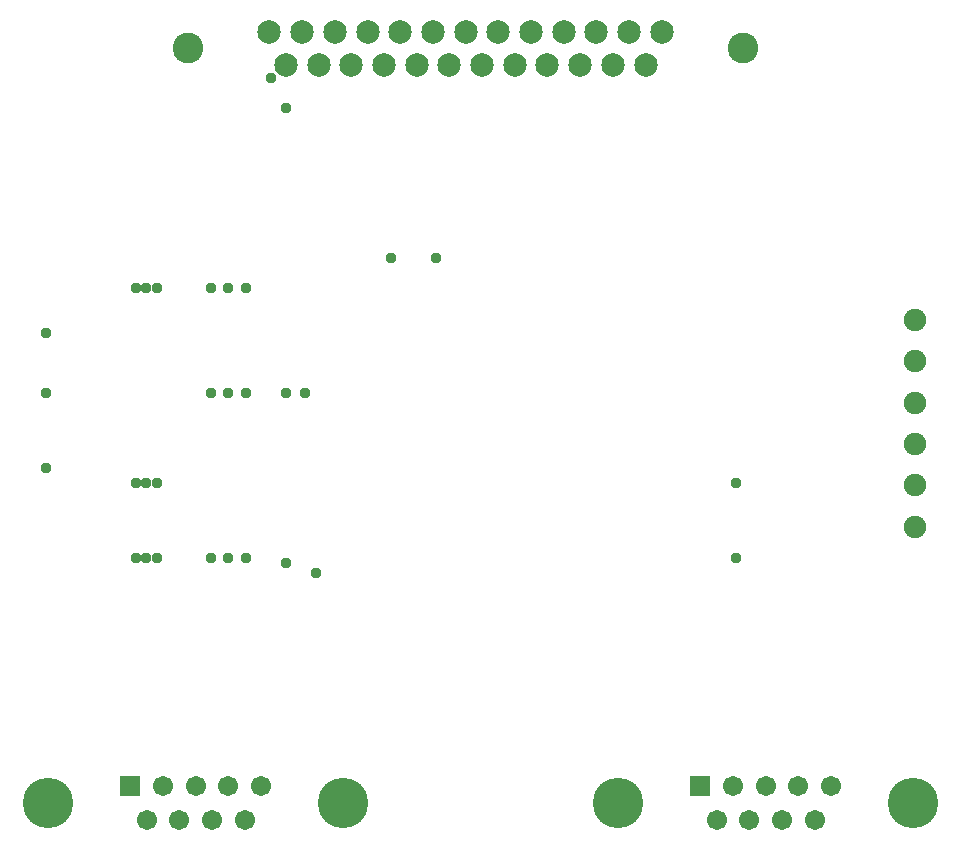
<source format=gbr>
G04 EAGLE Gerber RS-274X export*
G75*
%MOMM*%
%FSLAX34Y34*%
%LPD*%
%INSoldermask Bottom*%
%IPPOS*%
%AMOC8*
5,1,8,0,0,1.08239X$1,22.5*%
G01*
%ADD10C,1.993900*%
%ADD11C,2.603500*%
%ADD12C,1.711200*%
%ADD13R,1.711200X1.711200*%
%ADD14C,4.269200*%
%ADD15C,1.903200*%
%ADD16C,0.959600*%


D10*
X431800Y941324D03*
X459486Y941324D03*
X487172Y941324D03*
X514858Y941324D03*
X542544Y941324D03*
X570230Y941324D03*
X597916Y941324D03*
X404114Y941324D03*
X376428Y941324D03*
X348742Y941324D03*
X321056Y941324D03*
X293370Y941324D03*
X265684Y941324D03*
X584073Y912876D03*
X556387Y912876D03*
X528701Y912876D03*
X501015Y912876D03*
X473329Y912876D03*
X445643Y912876D03*
X417957Y912876D03*
X390271Y912876D03*
X362585Y912876D03*
X334899Y912876D03*
X307213Y912876D03*
X279527Y912876D03*
D11*
X196596Y927100D03*
X667004Y927100D03*
D12*
X161650Y274090D03*
X189350Y274090D03*
X217050Y274090D03*
X244750Y274090D03*
X258600Y302490D03*
X230900Y302490D03*
X203200Y302490D03*
X175500Y302490D03*
D13*
X147800Y302490D03*
D14*
X78250Y288290D03*
X328150Y288290D03*
D12*
X644250Y274090D03*
X671950Y274090D03*
X699650Y274090D03*
X727350Y274090D03*
X741200Y302490D03*
X713500Y302490D03*
X685800Y302490D03*
X658100Y302490D03*
D13*
X630400Y302490D03*
D14*
X560850Y288290D03*
X810750Y288290D03*
D15*
X811800Y697100D03*
X811800Y662100D03*
X811800Y627100D03*
X811800Y592100D03*
X811800Y557100D03*
X811800Y522100D03*
D16*
X76200Y571500D03*
X76200Y635000D03*
X76200Y685800D03*
X279400Y491688D03*
X279400Y635000D03*
X279400Y876300D03*
X304800Y482600D03*
X295712Y635000D03*
X266700Y901700D03*
X245900Y495300D03*
X245900Y635000D03*
X245900Y723900D03*
X368300Y749300D03*
X406400Y749300D03*
X230900Y495300D03*
X230900Y635000D03*
X230900Y723900D03*
X152400Y495300D03*
X152400Y558800D03*
X152400Y723900D03*
X161488Y495300D03*
X161488Y558800D03*
X161488Y723900D03*
X660400Y495300D03*
X660400Y558800D03*
X215900Y495300D03*
X215900Y635000D03*
X215900Y723900D03*
X170576Y495300D03*
X170576Y558800D03*
X170576Y723900D03*
M02*

</source>
